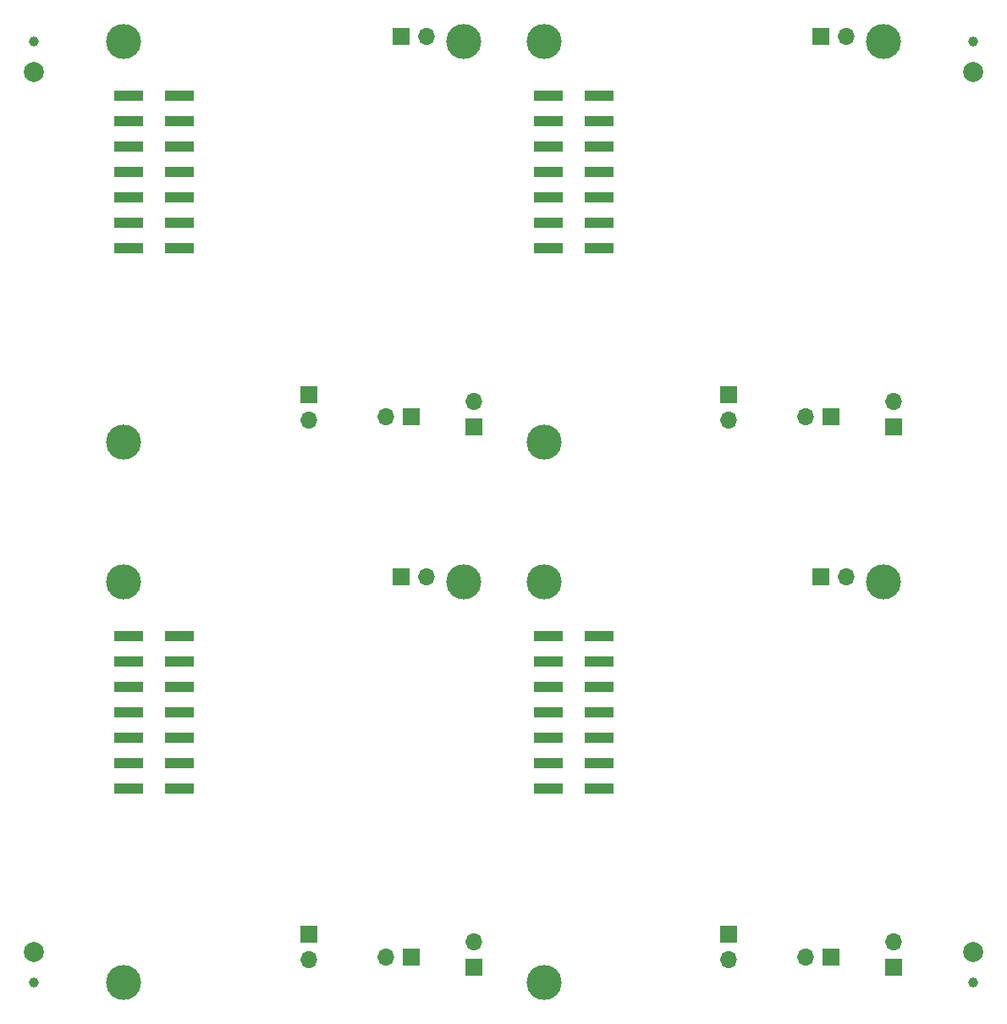
<source format=gbs>
G04 #@! TF.GenerationSoftware,KiCad,Pcbnew,(7.0.0-0)*
G04 #@! TF.CreationDate,2023-05-05T23:00:16+10:00*
G04 #@! TF.ProjectId,panel,70616e65-6c2e-46b6-9963-61645f706362,rev?*
G04 #@! TF.SameCoordinates,Original*
G04 #@! TF.FileFunction,Soldermask,Bot*
G04 #@! TF.FilePolarity,Negative*
%FSLAX46Y46*%
G04 Gerber Fmt 4.6, Leading zero omitted, Abs format (unit mm)*
G04 Created by KiCad (PCBNEW (7.0.0-0)) date 2023-05-05 23:00:16*
%MOMM*%
%LPD*%
G01*
G04 APERTURE LIST*
%ADD10C,2.000000*%
%ADD11R,1.700000X1.700000*%
%ADD12O,1.700000X1.700000*%
%ADD13C,2.600000*%
%ADD14C,3.500000*%
%ADD15C,1.000000*%
%ADD16R,3.000000X1.000000*%
G04 APERTURE END LIST*
D10*
X101500000Y-114000000D03*
D11*
X180249999Y-22499999D03*
D12*
X182789999Y-22499999D03*
D11*
X180249999Y-76499999D03*
D12*
X182789999Y-76499999D03*
D11*
X138249999Y-22499999D03*
D12*
X140789999Y-22499999D03*
D11*
X138249999Y-76499999D03*
D12*
X140789999Y-76499999D03*
D11*
X181274999Y-60499999D03*
D12*
X178734999Y-60499999D03*
D11*
X181274999Y-114499999D03*
D12*
X178734999Y-114499999D03*
D11*
X139274999Y-60499999D03*
D12*
X136734999Y-60499999D03*
D11*
X139274999Y-114499999D03*
D12*
X136734999Y-114499999D03*
D11*
X187474999Y-61499999D03*
D12*
X187474999Y-58959999D03*
D11*
X187474999Y-115499999D03*
D12*
X187474999Y-112959999D03*
D11*
X145474999Y-61499999D03*
D12*
X145474999Y-58959999D03*
D11*
X145474999Y-115499999D03*
D12*
X145474999Y-112959999D03*
D11*
X171024999Y-58249999D03*
D12*
X171024999Y-60789999D03*
D11*
X171024999Y-112249999D03*
D12*
X171024999Y-114789999D03*
D11*
X129024999Y-58249999D03*
D12*
X129024999Y-60789999D03*
D11*
X129024999Y-112249999D03*
D12*
X129024999Y-114789999D03*
D10*
X195500000Y-26000000D03*
X195500000Y-114000000D03*
X101500000Y-26000000D03*
D13*
X152500000Y-63000000D03*
D14*
X152500000Y-63000000D03*
D13*
X152500000Y-117000000D03*
D14*
X152500000Y-117000000D03*
D13*
X110500000Y-63000000D03*
D14*
X110500000Y-63000000D03*
D13*
X110500000Y-117000000D03*
D14*
X110500000Y-117000000D03*
D15*
X101500000Y-117000000D03*
D13*
X186500000Y-23000000D03*
D14*
X186500000Y-23000000D03*
D13*
X186500000Y-77000000D03*
D14*
X186500000Y-77000000D03*
D13*
X144500000Y-23000000D03*
D14*
X144500000Y-23000000D03*
D13*
X144500000Y-77000000D03*
D14*
X144500000Y-77000000D03*
D15*
X195500000Y-117000000D03*
D16*
X158019999Y-43619999D03*
X152979999Y-43619999D03*
X158019999Y-41079999D03*
X152979999Y-41079999D03*
X158019999Y-38539999D03*
X152979999Y-38539999D03*
X158019999Y-35999999D03*
X152979999Y-35999999D03*
X158019999Y-33459999D03*
X152979999Y-33459999D03*
X158019999Y-30919999D03*
X152979999Y-30919999D03*
X158019999Y-28379999D03*
X152979999Y-28379999D03*
X158019999Y-97619999D03*
X152979999Y-97619999D03*
X158019999Y-95079999D03*
X152979999Y-95079999D03*
X158019999Y-92539999D03*
X152979999Y-92539999D03*
X158019999Y-89999999D03*
X152979999Y-89999999D03*
X158019999Y-87459999D03*
X152979999Y-87459999D03*
X158019999Y-84919999D03*
X152979999Y-84919999D03*
X158019999Y-82379999D03*
X152979999Y-82379999D03*
X116019999Y-43619999D03*
X110979999Y-43619999D03*
X116019999Y-41079999D03*
X110979999Y-41079999D03*
X116019999Y-38539999D03*
X110979999Y-38539999D03*
X116019999Y-35999999D03*
X110979999Y-35999999D03*
X116019999Y-33459999D03*
X110979999Y-33459999D03*
X116019999Y-30919999D03*
X110979999Y-30919999D03*
X116019999Y-28379999D03*
X110979999Y-28379999D03*
X116019999Y-97619999D03*
X110979999Y-97619999D03*
X116019999Y-95079999D03*
X110979999Y-95079999D03*
X116019999Y-92539999D03*
X110979999Y-92539999D03*
X116019999Y-89999999D03*
X110979999Y-89999999D03*
X116019999Y-87459999D03*
X110979999Y-87459999D03*
X116019999Y-84919999D03*
X110979999Y-84919999D03*
X116019999Y-82379999D03*
X110979999Y-82379999D03*
D13*
X152500000Y-23000000D03*
D14*
X152500000Y-23000000D03*
D13*
X152500000Y-77000000D03*
D14*
X152500000Y-77000000D03*
D13*
X110500000Y-23000000D03*
D14*
X110500000Y-23000000D03*
D13*
X110500000Y-77000000D03*
D14*
X110500000Y-77000000D03*
D15*
X101500000Y-23000000D03*
X195500000Y-23000000D03*
M02*

</source>
